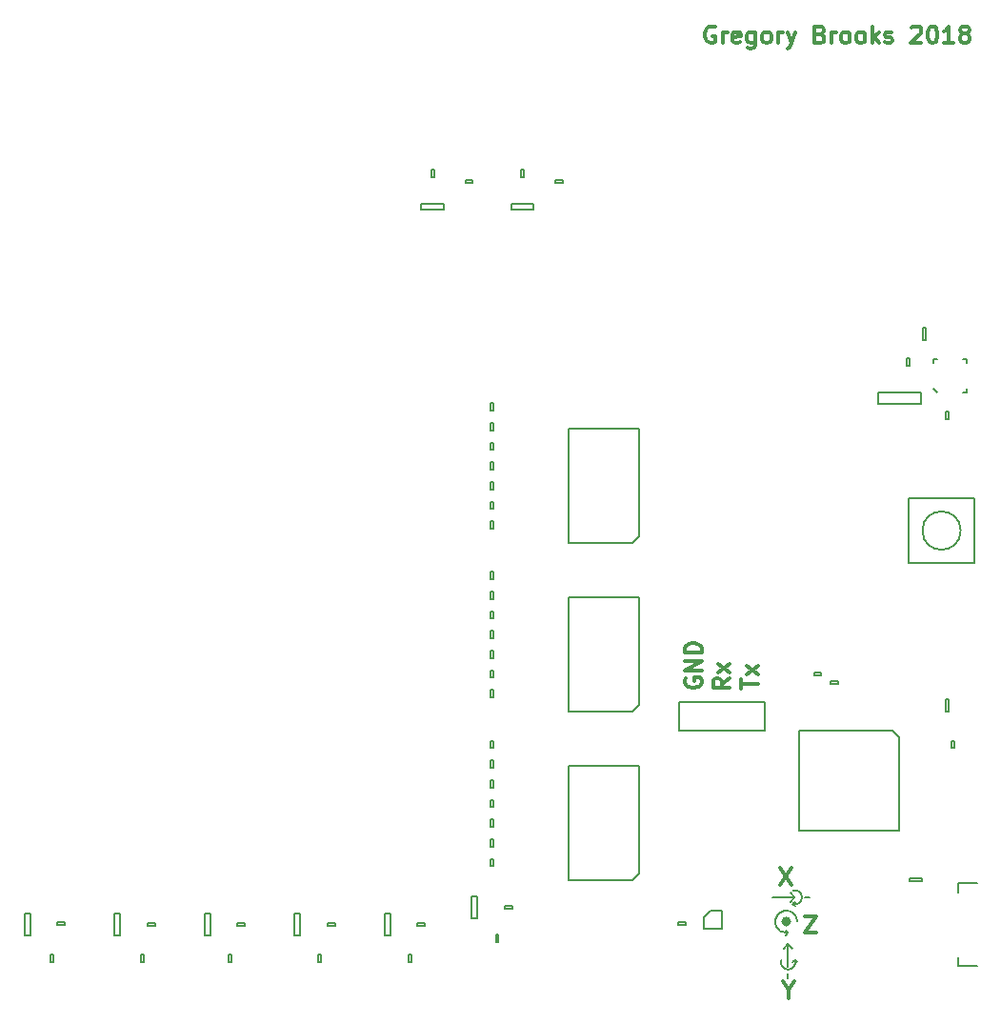
<source format=gto>
G04 #@! TF.GenerationSoftware,KiCad,Pcbnew,(5.0.0-rc3-dev)*
G04 #@! TF.CreationDate,2018-11-12T18:29:10+00:00*
G04 #@! TF.ProjectId,agc-dsky,6167632D64736B792E6B696361645F70,v0.1*
G04 #@! TF.SameCoordinates,Original*
G04 #@! TF.FileFunction,Legend,Top*
G04 #@! TF.FilePolarity,Positive*
%FSLAX46Y46*%
G04 Gerber Fmt 4.6, Leading zero omitted, Abs format (unit mm)*
G04 Created by KiCad (PCBNEW (5.0.0-rc3-dev)) date 11/12/18 18:29:10*
%MOMM*%
%LPD*%
G01*
G04 APERTURE LIST*
%ADD10C,0.450000*%
%ADD11C,0.200000*%
%ADD12C,0.300000*%
%ADD13C,0.150000*%
G04 APERTURE END LIST*
D10*
X130423607Y-112000000D02*
G75*
G03X130423607Y-112000000I-223607J0D01*
G01*
D11*
X130140000Y-113200000D02*
X130362386Y-113016560D01*
X130968440Y-110237614D02*
X130768440Y-110437614D01*
X130954860Y-109837614D02*
X130554860Y-109437614D01*
X130360000Y-113020000D02*
X130180000Y-112790000D01*
X131200000Y-112016560D02*
G75*
G03X130200000Y-113016560I-1000000J0D01*
G01*
X130361289Y-116640849D02*
X130361289Y-117040849D01*
D12*
X132883440Y-113009042D02*
X131883440Y-113009042D01*
X132883440Y-111509042D01*
X131883440Y-111509042D01*
X130383440Y-118076899D02*
X130383440Y-118791185D01*
X129883440Y-117291185D02*
X130383440Y-118076899D01*
X130883440Y-117291185D01*
X130683440Y-108721428D02*
X129683440Y-107221428D01*
X129683440Y-108721428D02*
X130683440Y-107221428D01*
D11*
X131161289Y-115615849D02*
X130961289Y-115415849D01*
X130961289Y-115440849D02*
G75*
G02X129761289Y-115440849I-600000J-200000D01*
G01*
X130954860Y-109837614D02*
X130554860Y-110237614D01*
X130768440Y-109237614D02*
G75*
G02X130768440Y-110437614I200000J-600000D01*
G01*
X128958440Y-109837614D02*
X130958440Y-109837614D01*
X130361289Y-114040849D02*
X130361289Y-116040849D01*
X130768440Y-110437614D02*
X130968440Y-110637614D01*
X131830000Y-109860000D02*
X132230000Y-109860000D01*
X130361289Y-113997269D02*
X129961289Y-114397269D01*
X130961289Y-115415849D02*
X130761289Y-115615849D01*
X130361289Y-113997269D02*
X130761289Y-114397269D01*
D12*
X126178571Y-91285714D02*
X126178571Y-90428571D01*
X127678571Y-90857142D02*
X126178571Y-90857142D01*
X127678571Y-90071428D02*
X126678571Y-89285714D01*
X126678571Y-90071428D02*
X127678571Y-89285714D01*
X125178571Y-90392857D02*
X124464285Y-90892857D01*
X125178571Y-91250000D02*
X123678571Y-91250000D01*
X123678571Y-90678571D01*
X123750000Y-90535714D01*
X123821428Y-90464285D01*
X123964285Y-90392857D01*
X124178571Y-90392857D01*
X124321428Y-90464285D01*
X124392857Y-90535714D01*
X124464285Y-90678571D01*
X124464285Y-91250000D01*
X125178571Y-89892857D02*
X124178571Y-89107142D01*
X124178571Y-89892857D02*
X125178571Y-89107142D01*
X121250000Y-90392857D02*
X121178571Y-90535714D01*
X121178571Y-90750000D01*
X121250000Y-90964285D01*
X121392857Y-91107142D01*
X121535714Y-91178571D01*
X121821428Y-91250000D01*
X122035714Y-91250000D01*
X122321428Y-91178571D01*
X122464285Y-91107142D01*
X122607142Y-90964285D01*
X122678571Y-90750000D01*
X122678571Y-90607142D01*
X122607142Y-90392857D01*
X122535714Y-90321428D01*
X122035714Y-90321428D01*
X122035714Y-90607142D01*
X122678571Y-89678571D02*
X121178571Y-89678571D01*
X122678571Y-88821428D01*
X121178571Y-88821428D01*
X122678571Y-88107142D02*
X121178571Y-88107142D01*
X121178571Y-87750000D01*
X121250000Y-87535714D01*
X121392857Y-87392857D01*
X121535714Y-87321428D01*
X121821428Y-87250000D01*
X122035714Y-87250000D01*
X122321428Y-87321428D01*
X122464285Y-87392857D01*
X122607142Y-87535714D01*
X122678571Y-87750000D01*
X122678571Y-88107142D01*
X123857142Y-32500000D02*
X123714285Y-32428571D01*
X123500000Y-32428571D01*
X123285714Y-32500000D01*
X123142857Y-32642857D01*
X123071428Y-32785714D01*
X123000000Y-33071428D01*
X123000000Y-33285714D01*
X123071428Y-33571428D01*
X123142857Y-33714285D01*
X123285714Y-33857142D01*
X123500000Y-33928571D01*
X123642857Y-33928571D01*
X123857142Y-33857142D01*
X123928571Y-33785714D01*
X123928571Y-33285714D01*
X123642857Y-33285714D01*
X124571428Y-33928571D02*
X124571428Y-32928571D01*
X124571428Y-33214285D02*
X124642857Y-33071428D01*
X124714285Y-33000000D01*
X124857142Y-32928571D01*
X125000000Y-32928571D01*
X126071428Y-33857142D02*
X125928571Y-33928571D01*
X125642857Y-33928571D01*
X125500000Y-33857142D01*
X125428571Y-33714285D01*
X125428571Y-33142857D01*
X125500000Y-33000000D01*
X125642857Y-32928571D01*
X125928571Y-32928571D01*
X126071428Y-33000000D01*
X126142857Y-33142857D01*
X126142857Y-33285714D01*
X125428571Y-33428571D01*
X127428571Y-32928571D02*
X127428571Y-34142857D01*
X127357142Y-34285714D01*
X127285714Y-34357142D01*
X127142857Y-34428571D01*
X126928571Y-34428571D01*
X126785714Y-34357142D01*
X127428571Y-33857142D02*
X127285714Y-33928571D01*
X127000000Y-33928571D01*
X126857142Y-33857142D01*
X126785714Y-33785714D01*
X126714285Y-33642857D01*
X126714285Y-33214285D01*
X126785714Y-33071428D01*
X126857142Y-33000000D01*
X127000000Y-32928571D01*
X127285714Y-32928571D01*
X127428571Y-33000000D01*
X128357142Y-33928571D02*
X128214285Y-33857142D01*
X128142857Y-33785714D01*
X128071428Y-33642857D01*
X128071428Y-33214285D01*
X128142857Y-33071428D01*
X128214285Y-33000000D01*
X128357142Y-32928571D01*
X128571428Y-32928571D01*
X128714285Y-33000000D01*
X128785714Y-33071428D01*
X128857142Y-33214285D01*
X128857142Y-33642857D01*
X128785714Y-33785714D01*
X128714285Y-33857142D01*
X128571428Y-33928571D01*
X128357142Y-33928571D01*
X129500000Y-33928571D02*
X129500000Y-32928571D01*
X129500000Y-33214285D02*
X129571428Y-33071428D01*
X129642857Y-33000000D01*
X129785714Y-32928571D01*
X129928571Y-32928571D01*
X130285714Y-32928571D02*
X130642857Y-33928571D01*
X131000000Y-32928571D02*
X130642857Y-33928571D01*
X130500000Y-34285714D01*
X130428571Y-34357142D01*
X130285714Y-34428571D01*
X133214285Y-33142857D02*
X133428571Y-33214285D01*
X133500000Y-33285714D01*
X133571428Y-33428571D01*
X133571428Y-33642857D01*
X133500000Y-33785714D01*
X133428571Y-33857142D01*
X133285714Y-33928571D01*
X132714285Y-33928571D01*
X132714285Y-32428571D01*
X133214285Y-32428571D01*
X133357142Y-32500000D01*
X133428571Y-32571428D01*
X133500000Y-32714285D01*
X133500000Y-32857142D01*
X133428571Y-33000000D01*
X133357142Y-33071428D01*
X133214285Y-33142857D01*
X132714285Y-33142857D01*
X134214285Y-33928571D02*
X134214285Y-32928571D01*
X134214285Y-33214285D02*
X134285714Y-33071428D01*
X134357142Y-33000000D01*
X134500000Y-32928571D01*
X134642857Y-32928571D01*
X135357142Y-33928571D02*
X135214285Y-33857142D01*
X135142857Y-33785714D01*
X135071428Y-33642857D01*
X135071428Y-33214285D01*
X135142857Y-33071428D01*
X135214285Y-33000000D01*
X135357142Y-32928571D01*
X135571428Y-32928571D01*
X135714285Y-33000000D01*
X135785714Y-33071428D01*
X135857142Y-33214285D01*
X135857142Y-33642857D01*
X135785714Y-33785714D01*
X135714285Y-33857142D01*
X135571428Y-33928571D01*
X135357142Y-33928571D01*
X136714285Y-33928571D02*
X136571428Y-33857142D01*
X136500000Y-33785714D01*
X136428571Y-33642857D01*
X136428571Y-33214285D01*
X136500000Y-33071428D01*
X136571428Y-33000000D01*
X136714285Y-32928571D01*
X136928571Y-32928571D01*
X137071428Y-33000000D01*
X137142857Y-33071428D01*
X137214285Y-33214285D01*
X137214285Y-33642857D01*
X137142857Y-33785714D01*
X137071428Y-33857142D01*
X136928571Y-33928571D01*
X136714285Y-33928571D01*
X137857142Y-33928571D02*
X137857142Y-32428571D01*
X138000000Y-33357142D02*
X138428571Y-33928571D01*
X138428571Y-32928571D02*
X137857142Y-33500000D01*
X139000000Y-33857142D02*
X139142857Y-33928571D01*
X139428571Y-33928571D01*
X139571428Y-33857142D01*
X139642857Y-33714285D01*
X139642857Y-33642857D01*
X139571428Y-33500000D01*
X139428571Y-33428571D01*
X139214285Y-33428571D01*
X139071428Y-33357142D01*
X139000000Y-33214285D01*
X139000000Y-33142857D01*
X139071428Y-33000000D01*
X139214285Y-32928571D01*
X139428571Y-32928571D01*
X139571428Y-33000000D01*
X141357142Y-32571428D02*
X141428571Y-32500000D01*
X141571428Y-32428571D01*
X141928571Y-32428571D01*
X142071428Y-32500000D01*
X142142857Y-32571428D01*
X142214285Y-32714285D01*
X142214285Y-32857142D01*
X142142857Y-33071428D01*
X141285714Y-33928571D01*
X142214285Y-33928571D01*
X143142857Y-32428571D02*
X143285714Y-32428571D01*
X143428571Y-32500000D01*
X143500000Y-32571428D01*
X143571428Y-32714285D01*
X143642857Y-33000000D01*
X143642857Y-33357142D01*
X143571428Y-33642857D01*
X143500000Y-33785714D01*
X143428571Y-33857142D01*
X143285714Y-33928571D01*
X143142857Y-33928571D01*
X143000000Y-33857142D01*
X142928571Y-33785714D01*
X142857142Y-33642857D01*
X142785714Y-33357142D01*
X142785714Y-33000000D01*
X142857142Y-32714285D01*
X142928571Y-32571428D01*
X143000000Y-32500000D01*
X143142857Y-32428571D01*
X145071428Y-33928571D02*
X144214285Y-33928571D01*
X144642857Y-33928571D02*
X144642857Y-32428571D01*
X144500000Y-32642857D01*
X144357142Y-32785714D01*
X144214285Y-32857142D01*
X145928571Y-33071428D02*
X145785714Y-33000000D01*
X145714285Y-32928571D01*
X145642857Y-32785714D01*
X145642857Y-32714285D01*
X145714285Y-32571428D01*
X145785714Y-32500000D01*
X145928571Y-32428571D01*
X146214285Y-32428571D01*
X146357142Y-32500000D01*
X146428571Y-32571428D01*
X146500000Y-32714285D01*
X146500000Y-32785714D01*
X146428571Y-32928571D01*
X146357142Y-33000000D01*
X146214285Y-33071428D01*
X145928571Y-33071428D01*
X145785714Y-33142857D01*
X145714285Y-33214285D01*
X145642857Y-33357142D01*
X145642857Y-33642857D01*
X145714285Y-33785714D01*
X145785714Y-33857142D01*
X145928571Y-33928571D01*
X146214285Y-33928571D01*
X146357142Y-33857142D01*
X146428571Y-33785714D01*
X146500000Y-33642857D01*
X146500000Y-33357142D01*
X146428571Y-33214285D01*
X146357142Y-33142857D01*
X146214285Y-33071428D01*
D13*
G04 #@! TO.C,C1*
X142625000Y-59200000D02*
X142625000Y-60300000D01*
X142375000Y-59200000D02*
X142625000Y-59200000D01*
X142375000Y-60300000D02*
X142375000Y-59200000D01*
X142625000Y-60300000D02*
X142375000Y-60300000D01*
G04 #@! TO.C,C5*
X141125000Y-61925000D02*
X141125000Y-62575000D01*
X140875000Y-61925000D02*
X141125000Y-61925000D01*
X140875000Y-62575000D02*
X140875000Y-61925000D01*
X141125000Y-62575000D02*
X140875000Y-62575000D01*
G04 #@! TO.C,C6*
X144375000Y-93300000D02*
X144375000Y-92200000D01*
X144625000Y-93300000D02*
X144375000Y-93300000D01*
X144625000Y-92200000D02*
X144625000Y-93300000D01*
X144375000Y-92200000D02*
X144625000Y-92200000D01*
G04 #@! TO.C,C8*
X142300000Y-108125000D02*
X142300000Y-108375000D01*
X142300000Y-108375000D02*
X141200000Y-108375000D01*
X141200000Y-108375000D02*
X141200000Y-108125000D01*
X141200000Y-108125000D02*
X142300000Y-108125000D01*
G04 #@! TO.C,C9*
X132675000Y-90125000D02*
X132675000Y-89875000D01*
X132675000Y-89875000D02*
X133325000Y-89875000D01*
X133325000Y-89875000D02*
X133325000Y-90125000D01*
X133325000Y-90125000D02*
X132675000Y-90125000D01*
G04 #@! TO.C,C12*
X134825000Y-90875000D02*
X134175000Y-90875000D01*
X134825000Y-90625000D02*
X134825000Y-90875000D01*
X134175000Y-90625000D02*
X134825000Y-90625000D01*
X134175000Y-90875000D02*
X134175000Y-90625000D01*
G04 #@! TO.C,IC1*
X146250000Y-65000000D02*
X145900000Y-65000000D01*
X146250000Y-64650000D02*
X146250000Y-65000000D01*
X146250000Y-62000000D02*
X145900000Y-62000000D01*
X146250000Y-62350000D02*
X146250000Y-62000000D01*
X143250000Y-62000000D02*
X143600000Y-62000000D01*
X143250000Y-62350000D02*
X143250000Y-62000000D01*
X143600000Y-65000000D02*
X143250000Y-64650000D01*
G04 #@! TO.C,IC2*
X140200000Y-95650000D02*
X140200000Y-103950000D01*
X140200000Y-103950000D02*
X131300000Y-103950000D01*
X131300000Y-103950000D02*
X131300000Y-95050000D01*
X131300000Y-95050000D02*
X139600000Y-95050000D01*
X139600000Y-95050000D02*
X140200000Y-95650000D01*
G04 #@! TO.C,IC3*
X117150000Y-77730000D02*
X116550000Y-78330000D01*
X117150000Y-68170000D02*
X117150000Y-77730000D01*
X110850000Y-68170000D02*
X117150000Y-68170000D01*
X110850000Y-78330000D02*
X110850000Y-68170000D01*
X116550000Y-78330000D02*
X110850000Y-78330000D01*
G04 #@! TO.C,IC4*
X117150000Y-92730000D02*
X116550000Y-93330000D01*
X117150000Y-83170000D02*
X117150000Y-92730000D01*
X110850000Y-83170000D02*
X117150000Y-83170000D01*
X110850000Y-93330000D02*
X110850000Y-83170000D01*
X116550000Y-93330000D02*
X110850000Y-93330000D01*
G04 #@! TO.C,IC5*
X116550000Y-108330000D02*
X110850000Y-108330000D01*
X110850000Y-108330000D02*
X110850000Y-98170000D01*
X110850000Y-98170000D02*
X117150000Y-98170000D01*
X117150000Y-98170000D02*
X117150000Y-107730000D01*
X117150000Y-107730000D02*
X116550000Y-108330000D01*
G04 #@! TO.C,J1*
X145450000Y-115950000D02*
X147150000Y-115950000D01*
X145450000Y-115150000D02*
X145450000Y-115950000D01*
X145450000Y-108550000D02*
X145450000Y-109400000D01*
X147150000Y-108550000D02*
X145450000Y-108550000D01*
G04 #@! TO.C,L1*
X142175000Y-65995000D02*
X138325000Y-65995000D01*
X142175000Y-65005000D02*
X142175000Y-65995000D01*
X138325000Y-65005000D02*
X142175000Y-65005000D01*
X138325000Y-65995000D02*
X138325000Y-65005000D01*
G04 #@! TO.C,Q1*
X94500000Y-113250000D02*
X95000000Y-113250000D01*
X95000000Y-113250000D02*
X95000000Y-111250000D01*
X95000000Y-111250000D02*
X94500000Y-111250000D01*
X94500000Y-111250000D02*
X94500000Y-113250000D01*
G04 #@! TO.C,Q2*
X86500000Y-113250000D02*
X87000000Y-113250000D01*
X87000000Y-113250000D02*
X87000000Y-111250000D01*
X87000000Y-111250000D02*
X86500000Y-111250000D01*
X86500000Y-111250000D02*
X86500000Y-113250000D01*
G04 #@! TO.C,Q3*
X78500000Y-113250000D02*
X79000000Y-113250000D01*
X79000000Y-113250000D02*
X79000000Y-111250000D01*
X79000000Y-111250000D02*
X78500000Y-111250000D01*
X78500000Y-111250000D02*
X78500000Y-113250000D01*
G04 #@! TO.C,Q4*
X70500000Y-111250000D02*
X70500000Y-113250000D01*
X71000000Y-111250000D02*
X70500000Y-111250000D01*
X71000000Y-113250000D02*
X71000000Y-111250000D01*
X70500000Y-113250000D02*
X71000000Y-113250000D01*
G04 #@! TO.C,Q5*
X62500000Y-111250000D02*
X62500000Y-113250000D01*
X63000000Y-111250000D02*
X62500000Y-111250000D01*
X63000000Y-113250000D02*
X63000000Y-111250000D01*
X62500000Y-113250000D02*
X63000000Y-113250000D01*
G04 #@! TO.C,Q6*
X105750000Y-48750000D02*
X107750000Y-48750000D01*
X105750000Y-48250000D02*
X105750000Y-48750000D01*
X107750000Y-48250000D02*
X105750000Y-48250000D01*
X107750000Y-48750000D02*
X107750000Y-48250000D01*
G04 #@! TO.C,R1*
X144375000Y-67325000D02*
X144375000Y-66675000D01*
X144625000Y-67325000D02*
X144375000Y-67325000D01*
X144625000Y-66675000D02*
X144625000Y-67325000D01*
X144375000Y-66675000D02*
X144625000Y-66675000D01*
G04 #@! TO.C,R2*
X144875000Y-96575000D02*
X144875000Y-95925000D01*
X145125000Y-96575000D02*
X144875000Y-96575000D01*
X145125000Y-95925000D02*
X145125000Y-96575000D01*
X144875000Y-95925000D02*
X145125000Y-95925000D01*
G04 #@! TO.C,R32*
X65075000Y-114925000D02*
X65075000Y-115575000D01*
X64825000Y-114925000D02*
X65075000Y-114925000D01*
X64825000Y-115575000D02*
X64825000Y-114925000D01*
X65075000Y-115575000D02*
X64825000Y-115575000D01*
G04 #@! TO.C,R34*
X109675000Y-46375000D02*
X109675000Y-46125000D01*
X109675000Y-46125000D02*
X110325000Y-46125000D01*
X110325000Y-46125000D02*
X110325000Y-46375000D01*
X110325000Y-46375000D02*
X109675000Y-46375000D01*
G04 #@! TO.C,R36*
X101675000Y-46375000D02*
X101675000Y-46125000D01*
X101675000Y-46125000D02*
X102325000Y-46125000D01*
X102325000Y-46125000D02*
X102325000Y-46375000D01*
X102325000Y-46375000D02*
X101675000Y-46375000D01*
G04 #@! TO.C,R38*
X104625000Y-113175000D02*
X104625000Y-113825000D01*
X104375000Y-113175000D02*
X104625000Y-113175000D01*
X104375000Y-113825000D02*
X104375000Y-113175000D01*
X104625000Y-113825000D02*
X104375000Y-113825000D01*
D11*
G04 #@! TO.C,SW9*
X146900000Y-74350000D02*
X146900000Y-80150000D01*
X146900000Y-80150000D02*
X141100000Y-80150000D01*
X141100000Y-80150000D02*
X141100000Y-74350000D01*
X141100000Y-74350000D02*
X146900000Y-74350000D01*
X145700000Y-77250000D02*
G75*
G03X145700000Y-77250000I-1700000J0D01*
G01*
D13*
G04 #@! TO.C,Q7*
X99750000Y-48750000D02*
X99750000Y-48250000D01*
X99750000Y-48250000D02*
X97750000Y-48250000D01*
X97750000Y-48250000D02*
X97750000Y-48750000D01*
X97750000Y-48750000D02*
X99750000Y-48750000D01*
G04 #@! TO.C,Q8*
X102250000Y-109750000D02*
X102250000Y-111750000D01*
X102750000Y-109750000D02*
X102250000Y-109750000D01*
X102750000Y-111750000D02*
X102750000Y-109750000D01*
X102250000Y-111750000D02*
X102750000Y-111750000D01*
G04 #@! TO.C,R3*
X104125000Y-70075000D02*
X103875000Y-70075000D01*
X103875000Y-70075000D02*
X103875000Y-69425000D01*
X103875000Y-69425000D02*
X104125000Y-69425000D01*
X104125000Y-69425000D02*
X104125000Y-70075000D01*
G04 #@! TO.C,R4*
X104125000Y-75325000D02*
X103875000Y-75325000D01*
X103875000Y-75325000D02*
X103875000Y-74675000D01*
X103875000Y-74675000D02*
X104125000Y-74675000D01*
X104125000Y-74675000D02*
X104125000Y-75325000D01*
G04 #@! TO.C,R5*
X104125000Y-85075000D02*
X103875000Y-85075000D01*
X103875000Y-85075000D02*
X103875000Y-84425000D01*
X103875000Y-84425000D02*
X104125000Y-84425000D01*
X104125000Y-84425000D02*
X104125000Y-85075000D01*
G04 #@! TO.C,R6*
X104125000Y-90325000D02*
X103875000Y-90325000D01*
X103875000Y-90325000D02*
X103875000Y-89675000D01*
X103875000Y-89675000D02*
X104125000Y-89675000D01*
X104125000Y-89675000D02*
X104125000Y-90325000D01*
G04 #@! TO.C,R7*
X104125000Y-99425000D02*
X104125000Y-100075000D01*
X103875000Y-99425000D02*
X104125000Y-99425000D01*
X103875000Y-100075000D02*
X103875000Y-99425000D01*
X104125000Y-100075000D02*
X103875000Y-100075000D01*
G04 #@! TO.C,R8*
X104125000Y-105325000D02*
X103875000Y-105325000D01*
X103875000Y-105325000D02*
X103875000Y-104675000D01*
X103875000Y-104675000D02*
X104125000Y-104675000D01*
X104125000Y-104675000D02*
X104125000Y-105325000D01*
G04 #@! TO.C,R9*
X104125000Y-67675000D02*
X104125000Y-68325000D01*
X103875000Y-67675000D02*
X104125000Y-67675000D01*
X103875000Y-68325000D02*
X103875000Y-67675000D01*
X104125000Y-68325000D02*
X103875000Y-68325000D01*
G04 #@! TO.C,R10*
X104125000Y-73575000D02*
X103875000Y-73575000D01*
X103875000Y-73575000D02*
X103875000Y-72925000D01*
X103875000Y-72925000D02*
X104125000Y-72925000D01*
X104125000Y-72925000D02*
X104125000Y-73575000D01*
G04 #@! TO.C,R11*
X104125000Y-83325000D02*
X103875000Y-83325000D01*
X103875000Y-83325000D02*
X103875000Y-82675000D01*
X103875000Y-82675000D02*
X104125000Y-82675000D01*
X104125000Y-82675000D02*
X104125000Y-83325000D01*
G04 #@! TO.C,R12*
X104125000Y-87925000D02*
X104125000Y-88575000D01*
X103875000Y-87925000D02*
X104125000Y-87925000D01*
X103875000Y-88575000D02*
X103875000Y-87925000D01*
X104125000Y-88575000D02*
X103875000Y-88575000D01*
G04 #@! TO.C,R13*
X104125000Y-97675000D02*
X104125000Y-98325000D01*
X103875000Y-97675000D02*
X104125000Y-97675000D01*
X103875000Y-98325000D02*
X103875000Y-97675000D01*
X104125000Y-98325000D02*
X103875000Y-98325000D01*
G04 #@! TO.C,R14*
X104125000Y-102925000D02*
X104125000Y-103575000D01*
X103875000Y-102925000D02*
X104125000Y-102925000D01*
X103875000Y-103575000D02*
X103875000Y-102925000D01*
X104125000Y-103575000D02*
X103875000Y-103575000D01*
G04 #@! TO.C,R15*
X104125000Y-66575000D02*
X103875000Y-66575000D01*
X103875000Y-66575000D02*
X103875000Y-65925000D01*
X103875000Y-65925000D02*
X104125000Y-65925000D01*
X104125000Y-65925000D02*
X104125000Y-66575000D01*
G04 #@! TO.C,R16*
X104125000Y-71175000D02*
X104125000Y-71825000D01*
X103875000Y-71175000D02*
X104125000Y-71175000D01*
X103875000Y-71825000D02*
X103875000Y-71175000D01*
X104125000Y-71825000D02*
X103875000Y-71825000D01*
G04 #@! TO.C,R17*
X104125000Y-77075000D02*
X103875000Y-77075000D01*
X103875000Y-77075000D02*
X103875000Y-76425000D01*
X103875000Y-76425000D02*
X104125000Y-76425000D01*
X104125000Y-76425000D02*
X104125000Y-77075000D01*
G04 #@! TO.C,R18*
X104125000Y-80925000D02*
X104125000Y-81575000D01*
X103875000Y-80925000D02*
X104125000Y-80925000D01*
X103875000Y-81575000D02*
X103875000Y-80925000D01*
X104125000Y-81575000D02*
X103875000Y-81575000D01*
G04 #@! TO.C,R19*
X104125000Y-86825000D02*
X103875000Y-86825000D01*
X103875000Y-86825000D02*
X103875000Y-86175000D01*
X103875000Y-86175000D02*
X104125000Y-86175000D01*
X104125000Y-86175000D02*
X104125000Y-86825000D01*
G04 #@! TO.C,R20*
X104125000Y-91425000D02*
X104125000Y-92075000D01*
X103875000Y-91425000D02*
X104125000Y-91425000D01*
X103875000Y-92075000D02*
X103875000Y-91425000D01*
X104125000Y-92075000D02*
X103875000Y-92075000D01*
G04 #@! TO.C,R21*
X104125000Y-96575000D02*
X103875000Y-96575000D01*
X103875000Y-96575000D02*
X103875000Y-95925000D01*
X103875000Y-95925000D02*
X104125000Y-95925000D01*
X104125000Y-95925000D02*
X104125000Y-96575000D01*
G04 #@! TO.C,R22*
X104125000Y-101825000D02*
X103875000Y-101825000D01*
X103875000Y-101825000D02*
X103875000Y-101175000D01*
X103875000Y-101175000D02*
X104125000Y-101175000D01*
X104125000Y-101175000D02*
X104125000Y-101825000D01*
G04 #@! TO.C,R23*
X104125000Y-106425000D02*
X104125000Y-107075000D01*
X103875000Y-106425000D02*
X104125000Y-106425000D01*
X103875000Y-107075000D02*
X103875000Y-106425000D01*
X104125000Y-107075000D02*
X103875000Y-107075000D01*
G04 #@! TO.C,R24*
X96875000Y-115575000D02*
X96625000Y-115575000D01*
X96625000Y-115575000D02*
X96625000Y-114925000D01*
X96625000Y-114925000D02*
X96875000Y-114925000D01*
X96875000Y-114925000D02*
X96875000Y-115575000D01*
G04 #@! TO.C,R25*
X98075000Y-112375000D02*
X97425000Y-112375000D01*
X98075000Y-112125000D02*
X98075000Y-112375000D01*
X97425000Y-112125000D02*
X98075000Y-112125000D01*
X97425000Y-112375000D02*
X97425000Y-112125000D01*
G04 #@! TO.C,R26*
X88875000Y-114925000D02*
X88875000Y-115575000D01*
X88625000Y-114925000D02*
X88875000Y-114925000D01*
X88625000Y-115575000D02*
X88625000Y-114925000D01*
X88875000Y-115575000D02*
X88625000Y-115575000D01*
G04 #@! TO.C,R27*
X89425000Y-112375000D02*
X89425000Y-112125000D01*
X89425000Y-112125000D02*
X90075000Y-112125000D01*
X90075000Y-112125000D02*
X90075000Y-112375000D01*
X90075000Y-112375000D02*
X89425000Y-112375000D01*
G04 #@! TO.C,R28*
X80875000Y-115575000D02*
X80625000Y-115575000D01*
X80625000Y-115575000D02*
X80625000Y-114925000D01*
X80625000Y-114925000D02*
X80875000Y-114925000D01*
X80875000Y-114925000D02*
X80875000Y-115575000D01*
G04 #@! TO.C,R29*
X82075000Y-112375000D02*
X81425000Y-112375000D01*
X82075000Y-112125000D02*
X82075000Y-112375000D01*
X81425000Y-112125000D02*
X82075000Y-112125000D01*
X81425000Y-112375000D02*
X81425000Y-112125000D01*
G04 #@! TO.C,R30*
X73125000Y-114925000D02*
X73125000Y-115575000D01*
X72875000Y-114925000D02*
X73125000Y-114925000D01*
X72875000Y-115575000D02*
X72875000Y-114925000D01*
X73125000Y-115575000D02*
X72875000Y-115575000D01*
G04 #@! TO.C,R31*
X74075000Y-112375000D02*
X73425000Y-112375000D01*
X74075000Y-112125000D02*
X74075000Y-112375000D01*
X73425000Y-112125000D02*
X74075000Y-112125000D01*
X73425000Y-112375000D02*
X73425000Y-112125000D01*
G04 #@! TO.C,R33*
X66075000Y-112325000D02*
X65425000Y-112325000D01*
X66075000Y-112075000D02*
X66075000Y-112325000D01*
X65425000Y-112075000D02*
X66075000Y-112075000D01*
X65425000Y-112325000D02*
X65425000Y-112075000D01*
G04 #@! TO.C,R35*
X106875000Y-45175000D02*
X106875000Y-45825000D01*
X106625000Y-45175000D02*
X106875000Y-45175000D01*
X106625000Y-45825000D02*
X106625000Y-45175000D01*
X106875000Y-45825000D02*
X106625000Y-45825000D01*
G04 #@! TO.C,R37*
X98875000Y-45825000D02*
X98625000Y-45825000D01*
X98625000Y-45825000D02*
X98625000Y-45175000D01*
X98625000Y-45175000D02*
X98875000Y-45175000D01*
X98875000Y-45175000D02*
X98875000Y-45825000D01*
G04 #@! TO.C,R39*
X105175000Y-110875000D02*
X105175000Y-110625000D01*
X105175000Y-110625000D02*
X105825000Y-110625000D01*
X105825000Y-110625000D02*
X105825000Y-110875000D01*
X105825000Y-110875000D02*
X105175000Y-110875000D01*
G04 #@! TO.C,C32*
X120575000Y-112325000D02*
X120575000Y-112075000D01*
X120575000Y-112075000D02*
X121225000Y-112075000D01*
X121225000Y-112075000D02*
X121225000Y-112325000D01*
X121225000Y-112325000D02*
X120575000Y-112325000D01*
G04 #@! TO.C,IC40*
X123500000Y-111000000D02*
X124500000Y-111000000D01*
X124500000Y-111000000D02*
X124500000Y-112600000D01*
X124500000Y-112600000D02*
X122900000Y-112600000D01*
X122900000Y-112600000D02*
X122900000Y-111600000D01*
X122900000Y-111600000D02*
X123500000Y-111000000D01*
G04 #@! TO.C,J2*
X128310000Y-95020000D02*
X120690000Y-95020000D01*
X120690000Y-95020000D02*
X120690000Y-92480000D01*
X120690000Y-92480000D02*
X128310000Y-92480000D01*
X128310000Y-92480000D02*
X128310000Y-95020000D01*
G04 #@! TD*
M02*

</source>
